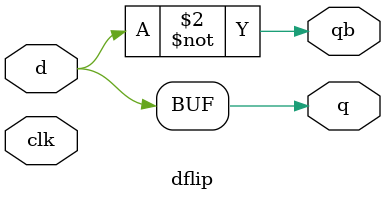
<source format=v>
`timescale 1ns / 1ps

//20L118 HARIHARAN R R
module dflip(d,clk,q,qb);
input d,clk;
output q,qb;
reg q,qb;
always @(*)
begin 
q=d;
qb=~d;
end
endmodule

</source>
